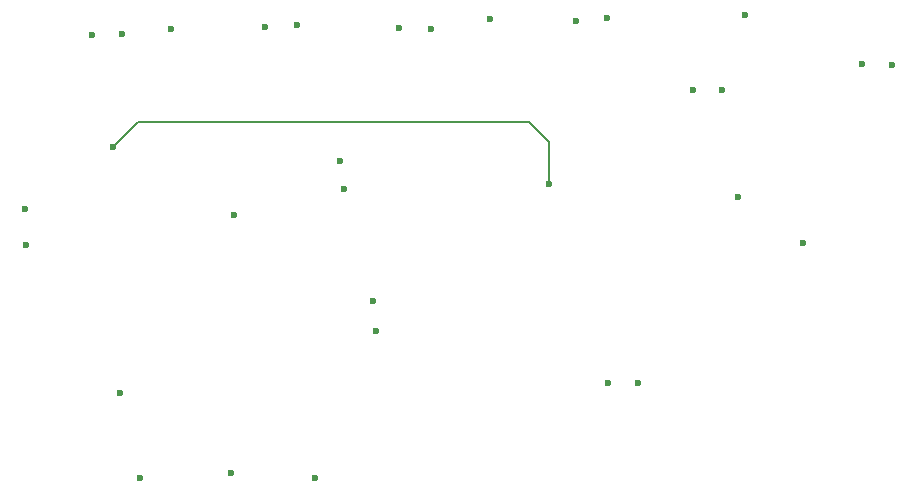
<source format=gbr>
%TF.GenerationSoftware,KiCad,Pcbnew,9.0.0*%
%TF.CreationDate,2025-05-16T17:36:55-07:00*%
%TF.ProjectId,current_measure_board,63757272-656e-4745-9f6d-656173757265,rev?*%
%TF.SameCoordinates,Original*%
%TF.FileFunction,Copper,L6,Bot*%
%TF.FilePolarity,Positive*%
%FSLAX46Y46*%
G04 Gerber Fmt 4.6, Leading zero omitted, Abs format (unit mm)*
G04 Created by KiCad (PCBNEW 9.0.0) date 2025-05-16 17:36:55*
%MOMM*%
%LPD*%
G01*
G04 APERTURE LIST*
%TA.AperFunction,ViaPad*%
%ADD10C,0.600000*%
%TD*%
%TA.AperFunction,Conductor*%
%ADD11C,0.200000*%
%TD*%
G04 APERTURE END LIST*
D10*
%TO.N,/Vminus*%
X169550000Y-92550000D03*
%TO.N,GND*%
X167100000Y-92500000D03*
X171500000Y-86150000D03*
X183950000Y-90400000D03*
%TO.N,/Vplus*%
X181400000Y-90350000D03*
%TO.N,GND*%
X176400000Y-105500000D03*
X118650000Y-118150000D03*
X110650000Y-105650000D03*
X128250000Y-103100000D03*
X142250000Y-87250000D03*
X162500000Y-117300000D03*
X149900000Y-86550000D03*
X128000000Y-124943750D03*
X122900000Y-87400000D03*
X137200000Y-98550000D03*
X170950000Y-101550000D03*
X116250000Y-87850000D03*
X140250000Y-112950000D03*
X133600000Y-87050000D03*
X159850000Y-86450000D03*
%TO.N,/Vplus*%
X159900000Y-117350000D03*
X157200000Y-86700000D03*
X130850000Y-87150000D03*
X135112500Y-125350000D03*
X137550000Y-100900000D03*
%TO.N,/Vminus*%
X140000000Y-110350000D03*
X120300000Y-125350000D03*
X118800000Y-87800000D03*
X144900000Y-87350000D03*
X110600000Y-102600000D03*
%TO.N,Net-(U1-IN+)*%
X154900000Y-100450000D03*
X118000000Y-97350000D03*
%TD*%
D11*
%TO.N,Net-(U1-IN+)*%
X153250000Y-95250000D02*
X154900000Y-96900000D01*
X120100000Y-95250000D02*
X153250000Y-95250000D01*
X118000000Y-97350000D02*
X120100000Y-95250000D01*
X154900000Y-96900000D02*
X154900000Y-100450000D01*
%TD*%
M02*

</source>
